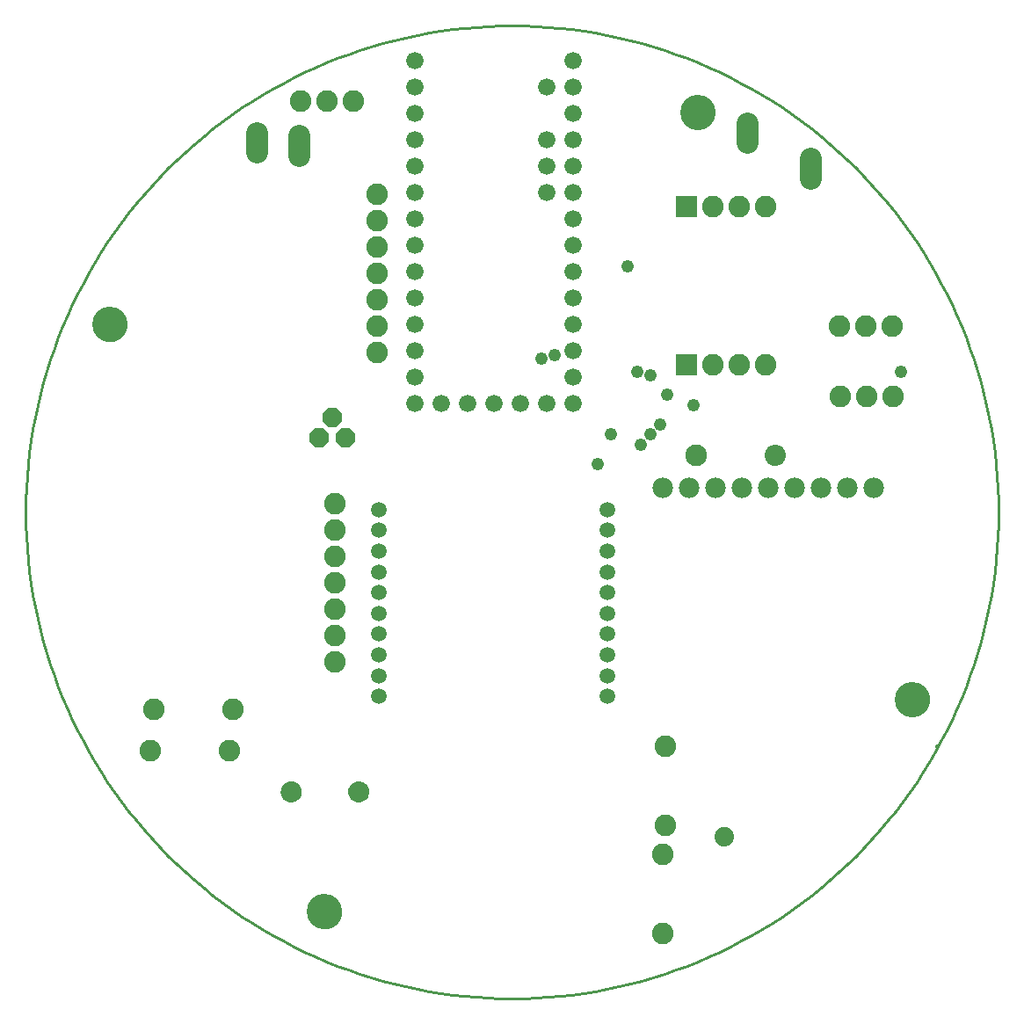
<source format=gbs>
G04 EAGLE Gerber X2 export*
%TF.Part,Single*%
%TF.FileFunction,Other,Solder Mask bottom*%
%TF.FilePolarity,Positive*%
%TF.GenerationSoftware,Autodesk,EAGLE,9.0.0*%
%TF.CreationDate,2018-04-20T04:20:38Z*%
G75*
%MOMM*%
%FSLAX34Y34*%
%LPD*%
%AMOC8*
5,1,8,0,0,1.08239X$1,22.5*%
G01*
%ADD10C,0.254000*%
%ADD11C,0.406400*%
%ADD12C,0.000000*%
%ADD13C,3.403200*%
%ADD14C,1.981200*%
%ADD15C,1.676400*%
%ADD16C,1.511200*%
%ADD17C,2.082800*%
%ADD18R,2.082800X2.082800*%
%ADD19C,1.879600*%
%ADD20C,2.082800*%
%ADD21P,2.034460X8X22.500000*%
%ADD22C,2.047813*%
%ADD23C,2.094537*%
%ADD24C,1.219200*%

G36*
X-145931Y-281257D02*
X-145931Y-281257D01*
X-145888Y-281245D01*
X-145822Y-281237D01*
X-144205Y-280783D01*
X-144164Y-280763D01*
X-144136Y-280755D01*
X-144126Y-280753D01*
X-144122Y-280750D01*
X-144101Y-280744D01*
X-142587Y-280015D01*
X-142551Y-279989D01*
X-142492Y-279959D01*
X-141127Y-278979D01*
X-141096Y-278947D01*
X-141043Y-278907D01*
X-139869Y-277705D01*
X-139844Y-277668D01*
X-139799Y-277619D01*
X-138852Y-276231D01*
X-138833Y-276190D01*
X-138798Y-276135D01*
X-138106Y-274603D01*
X-138095Y-274560D01*
X-138069Y-274499D01*
X-137654Y-272871D01*
X-137651Y-272826D01*
X-137636Y-272762D01*
X-137509Y-271086D01*
X-137514Y-271040D01*
X-137512Y-270968D01*
X-137717Y-269132D01*
X-137731Y-269086D01*
X-137743Y-269010D01*
X-138303Y-267250D01*
X-138326Y-267207D01*
X-138352Y-267136D01*
X-139245Y-265518D01*
X-139275Y-265481D01*
X-139315Y-265416D01*
X-140506Y-264003D01*
X-140543Y-263973D01*
X-140595Y-263917D01*
X-142039Y-262764D01*
X-142081Y-262741D01*
X-142143Y-262696D01*
X-143784Y-261847D01*
X-143830Y-261833D01*
X-143899Y-261801D01*
X-145674Y-261289D01*
X-145722Y-261284D01*
X-145796Y-261266D01*
X-147637Y-261109D01*
X-147681Y-261114D01*
X-147746Y-261110D01*
X-149577Y-261269D01*
X-149623Y-261282D01*
X-149699Y-261292D01*
X-151463Y-261806D01*
X-151506Y-261828D01*
X-151579Y-261853D01*
X-153209Y-262701D01*
X-153247Y-262731D01*
X-153313Y-262769D01*
X-154746Y-263919D01*
X-154778Y-263956D01*
X-154835Y-264006D01*
X-156016Y-265414D01*
X-156040Y-265456D01*
X-156086Y-265517D01*
X-156296Y-265898D01*
X-156296Y-265899D01*
X-156970Y-267128D01*
X-156985Y-267174D01*
X-157019Y-267242D01*
X-157571Y-268995D01*
X-157577Y-269043D01*
X-157597Y-269117D01*
X-157796Y-270944D01*
X-157793Y-270989D01*
X-157799Y-271059D01*
X-157676Y-272735D01*
X-157665Y-272778D01*
X-157659Y-272844D01*
X-157247Y-274473D01*
X-157229Y-274514D01*
X-157211Y-274578D01*
X-156523Y-276111D01*
X-156498Y-276148D01*
X-156469Y-276207D01*
X-155525Y-277598D01*
X-155494Y-277630D01*
X-155456Y-277684D01*
X-154285Y-278889D01*
X-154248Y-278915D01*
X-154201Y-278961D01*
X-152839Y-279945D01*
X-152798Y-279965D01*
X-152744Y-280002D01*
X-151231Y-280734D01*
X-151188Y-280746D01*
X-151177Y-280751D01*
X-151150Y-280765D01*
X-151145Y-280766D01*
X-151128Y-280773D01*
X-149511Y-281232D01*
X-149466Y-281236D01*
X-149402Y-281253D01*
X-147730Y-281423D01*
X-147682Y-281420D01*
X-147603Y-281424D01*
X-145931Y-281257D01*
G37*
G36*
X-210955Y-281257D02*
X-210955Y-281257D01*
X-210912Y-281245D01*
X-210846Y-281237D01*
X-209229Y-280783D01*
X-209188Y-280763D01*
X-209160Y-280755D01*
X-209150Y-280753D01*
X-209146Y-280750D01*
X-209125Y-280744D01*
X-207611Y-280015D01*
X-207575Y-279989D01*
X-207516Y-279959D01*
X-206151Y-278979D01*
X-206120Y-278947D01*
X-206067Y-278907D01*
X-204893Y-277705D01*
X-204868Y-277668D01*
X-204823Y-277619D01*
X-203876Y-276231D01*
X-203857Y-276190D01*
X-203822Y-276135D01*
X-203130Y-274603D01*
X-203119Y-274560D01*
X-203093Y-274499D01*
X-202678Y-272871D01*
X-202675Y-272826D01*
X-202660Y-272762D01*
X-202533Y-271086D01*
X-202538Y-271040D01*
X-202536Y-270968D01*
X-202741Y-269132D01*
X-202755Y-269086D01*
X-202767Y-269010D01*
X-203327Y-267250D01*
X-203350Y-267207D01*
X-203376Y-267136D01*
X-204269Y-265518D01*
X-204299Y-265481D01*
X-204339Y-265416D01*
X-205530Y-264003D01*
X-205567Y-263973D01*
X-205619Y-263917D01*
X-207063Y-262764D01*
X-207105Y-262741D01*
X-207167Y-262696D01*
X-208808Y-261847D01*
X-208854Y-261833D01*
X-208923Y-261801D01*
X-210698Y-261289D01*
X-210746Y-261284D01*
X-210820Y-261266D01*
X-212661Y-261109D01*
X-212705Y-261114D01*
X-212770Y-261110D01*
X-214601Y-261269D01*
X-214647Y-261282D01*
X-214723Y-261292D01*
X-216487Y-261806D01*
X-216530Y-261828D01*
X-216603Y-261853D01*
X-218233Y-262701D01*
X-218271Y-262731D01*
X-218337Y-262769D01*
X-219770Y-263919D01*
X-219802Y-263956D01*
X-219859Y-264006D01*
X-221040Y-265414D01*
X-221064Y-265456D01*
X-221110Y-265517D01*
X-221320Y-265898D01*
X-221320Y-265899D01*
X-221994Y-267128D01*
X-222009Y-267174D01*
X-222043Y-267242D01*
X-222595Y-268995D01*
X-222601Y-269043D01*
X-222621Y-269117D01*
X-222820Y-270944D01*
X-222817Y-270989D01*
X-222823Y-271059D01*
X-222700Y-272735D01*
X-222689Y-272778D01*
X-222683Y-272844D01*
X-222271Y-274473D01*
X-222253Y-274514D01*
X-222235Y-274578D01*
X-221547Y-276111D01*
X-221522Y-276148D01*
X-221493Y-276207D01*
X-220549Y-277598D01*
X-220518Y-277630D01*
X-220480Y-277684D01*
X-219309Y-278889D01*
X-219272Y-278915D01*
X-219225Y-278961D01*
X-217863Y-279945D01*
X-217822Y-279965D01*
X-217768Y-280002D01*
X-216255Y-280734D01*
X-216212Y-280746D01*
X-216201Y-280751D01*
X-216174Y-280765D01*
X-216169Y-280766D01*
X-216152Y-280773D01*
X-214535Y-281232D01*
X-214490Y-281236D01*
X-214426Y-281253D01*
X-212754Y-281423D01*
X-212706Y-281420D01*
X-212627Y-281424D01*
X-210955Y-281257D01*
G37*
D10*
X-468441Y-1524D02*
X-468300Y9972D01*
X-467877Y21461D01*
X-467172Y32937D01*
X-466185Y44391D01*
X-464918Y55818D01*
X-463371Y67211D01*
X-461544Y78562D01*
X-459440Y89864D01*
X-457059Y101112D01*
X-454402Y112298D01*
X-451472Y123415D01*
X-448270Y134457D01*
X-444798Y145417D01*
X-441058Y156289D01*
X-437052Y167066D01*
X-432783Y177741D01*
X-428253Y188308D01*
X-423466Y198760D01*
X-418423Y209092D01*
X-413128Y219298D01*
X-407584Y229370D01*
X-401795Y239303D01*
X-395764Y249091D01*
X-389494Y258728D01*
X-382990Y268208D01*
X-376255Y277526D01*
X-369294Y286676D01*
X-362110Y295652D01*
X-354708Y304449D01*
X-347092Y313062D01*
X-339267Y321485D01*
X-331238Y329714D01*
X-323009Y337743D01*
X-314586Y345568D01*
X-305973Y353184D01*
X-297176Y360586D01*
X-288200Y367770D01*
X-279050Y374731D01*
X-269732Y381466D01*
X-260252Y387970D01*
X-250615Y394240D01*
X-240827Y400271D01*
X-230894Y406060D01*
X-220822Y411604D01*
X-210616Y416899D01*
X-200284Y421942D01*
X-189832Y426729D01*
X-179265Y431259D01*
X-168590Y435528D01*
X-157813Y439534D01*
X-146941Y443274D01*
X-135981Y446746D01*
X-124939Y449948D01*
X-113822Y452878D01*
X-102636Y455535D01*
X-91388Y457916D01*
X-80086Y460020D01*
X-68735Y461847D01*
X-57342Y463394D01*
X-45915Y464661D01*
X-34461Y465648D01*
X-22985Y466353D01*
X-11496Y466776D01*
X0Y466917D01*
X11496Y466776D01*
X22985Y466353D01*
X34461Y465648D01*
X45915Y464661D01*
X57342Y463394D01*
X68735Y461847D01*
X80086Y460020D01*
X91388Y457916D01*
X102636Y455535D01*
X113822Y452878D01*
X124939Y449948D01*
X135981Y446746D01*
X146941Y443274D01*
X157813Y439534D01*
X168590Y435528D01*
X179265Y431259D01*
X189832Y426729D01*
X200284Y421942D01*
X210616Y416899D01*
X220822Y411604D01*
X230894Y406060D01*
X240827Y400271D01*
X250615Y394240D01*
X260252Y387970D01*
X269732Y381466D01*
X279050Y374731D01*
X288200Y367770D01*
X297176Y360586D01*
X305973Y353184D01*
X314586Y345568D01*
X323009Y337743D01*
X331238Y329714D01*
X339267Y321485D01*
X347092Y313062D01*
X354708Y304449D01*
X362110Y295652D01*
X369294Y286676D01*
X376255Y277526D01*
X382990Y268208D01*
X389494Y258728D01*
X395764Y249091D01*
X401795Y239303D01*
X407584Y229370D01*
X413128Y219298D01*
X418423Y209092D01*
X423466Y198760D01*
X428253Y188308D01*
X432783Y177741D01*
X437052Y167066D01*
X441058Y156289D01*
X444798Y145417D01*
X448270Y134457D01*
X451472Y123415D01*
X454402Y112298D01*
X457059Y101112D01*
X459440Y89864D01*
X461544Y78562D01*
X463371Y67211D01*
X464918Y55818D01*
X466185Y44391D01*
X467172Y32937D01*
X467877Y21461D01*
X468300Y9972D01*
X468441Y-1524D01*
X468300Y-13020D01*
X467877Y-24509D01*
X467172Y-35985D01*
X466185Y-47439D01*
X464918Y-58866D01*
X463371Y-70259D01*
X461544Y-81610D01*
X459440Y-92912D01*
X457059Y-104160D01*
X454402Y-115346D01*
X451472Y-126463D01*
X448270Y-137505D01*
X444798Y-148465D01*
X441058Y-159337D01*
X437052Y-170114D01*
X432783Y-180789D01*
X428253Y-191356D01*
X423466Y-201808D01*
X418423Y-212140D01*
X413128Y-222346D01*
X407584Y-232418D01*
X401795Y-242351D01*
X395764Y-252139D01*
X389494Y-261776D01*
X382990Y-271256D01*
X376255Y-280574D01*
X369294Y-289724D01*
X362110Y-298700D01*
X354708Y-307497D01*
X347092Y-316110D01*
X339267Y-324533D01*
X331238Y-332762D01*
X323009Y-340791D01*
X314586Y-348616D01*
X305973Y-356232D01*
X297176Y-363634D01*
X288200Y-370818D01*
X279050Y-377779D01*
X269732Y-384514D01*
X260252Y-391018D01*
X250615Y-397288D01*
X240827Y-403319D01*
X230894Y-409108D01*
X220822Y-414652D01*
X210616Y-419947D01*
X200284Y-424990D01*
X189832Y-429777D01*
X179265Y-434307D01*
X168590Y-438576D01*
X157813Y-442582D01*
X146941Y-446322D01*
X135981Y-449794D01*
X124939Y-452996D01*
X113822Y-455926D01*
X102636Y-458583D01*
X91388Y-460964D01*
X80086Y-463068D01*
X68735Y-464895D01*
X57342Y-466442D01*
X45915Y-467709D01*
X34461Y-468696D01*
X22985Y-469401D01*
X11496Y-469824D01*
X0Y-469965D01*
X-11496Y-469824D01*
X-22985Y-469401D01*
X-34461Y-468696D01*
X-45915Y-467709D01*
X-57342Y-466442D01*
X-68735Y-464895D01*
X-80086Y-463068D01*
X-91388Y-460964D01*
X-102636Y-458583D01*
X-113822Y-455926D01*
X-124939Y-452996D01*
X-135981Y-449794D01*
X-146941Y-446322D01*
X-157813Y-442582D01*
X-168590Y-438576D01*
X-179265Y-434307D01*
X-189832Y-429777D01*
X-200284Y-424990D01*
X-210616Y-419947D01*
X-220822Y-414652D01*
X-230894Y-409108D01*
X-240827Y-403319D01*
X-250615Y-397288D01*
X-260252Y-391018D01*
X-269732Y-384514D01*
X-279050Y-377779D01*
X-288200Y-370818D01*
X-297176Y-363634D01*
X-305973Y-356232D01*
X-314586Y-348616D01*
X-323009Y-340791D01*
X-331238Y-332762D01*
X-339267Y-324533D01*
X-347092Y-316110D01*
X-354708Y-307497D01*
X-362110Y-298700D01*
X-369294Y-289724D01*
X-376255Y-280574D01*
X-382990Y-271256D01*
X-389494Y-261776D01*
X-395764Y-252139D01*
X-401795Y-242351D01*
X-407584Y-232418D01*
X-413128Y-222346D01*
X-418423Y-212140D01*
X-423466Y-201808D01*
X-428253Y-191356D01*
X-432783Y-180789D01*
X-437052Y-170114D01*
X-441058Y-159337D01*
X-444798Y-148465D01*
X-448270Y-137505D01*
X-451472Y-126463D01*
X-454402Y-115346D01*
X-457059Y-104160D01*
X-459440Y-92912D01*
X-461544Y-81610D01*
X-463371Y-70259D01*
X-464918Y-58866D01*
X-466185Y-47439D01*
X-467172Y-35985D01*
X-467877Y-24509D01*
X-468300Y-13020D01*
X-468441Y-1524D01*
D11*
X409634Y-227580D02*
X409742Y-227350D01*
D12*
X163070Y383540D02*
X163075Y383933D01*
X163089Y384325D01*
X163113Y384717D01*
X163147Y385108D01*
X163190Y385499D01*
X163243Y385888D01*
X163306Y386275D01*
X163377Y386661D01*
X163459Y387046D01*
X163549Y387428D01*
X163650Y387807D01*
X163759Y388185D01*
X163878Y388559D01*
X164005Y388930D01*
X164142Y389298D01*
X164288Y389663D01*
X164443Y390024D01*
X164606Y390381D01*
X164778Y390734D01*
X164959Y391082D01*
X165149Y391426D01*
X165346Y391766D01*
X165552Y392100D01*
X165766Y392429D01*
X165989Y392753D01*
X166219Y393071D01*
X166456Y393384D01*
X166702Y393690D01*
X166955Y393991D01*
X167215Y394285D01*
X167482Y394573D01*
X167756Y394854D01*
X168037Y395128D01*
X168325Y395395D01*
X168619Y395655D01*
X168920Y395908D01*
X169226Y396154D01*
X169539Y396391D01*
X169857Y396621D01*
X170181Y396844D01*
X170510Y397058D01*
X170844Y397264D01*
X171184Y397461D01*
X171528Y397651D01*
X171876Y397832D01*
X172229Y398004D01*
X172586Y398167D01*
X172947Y398322D01*
X173312Y398468D01*
X173680Y398605D01*
X174051Y398732D01*
X174425Y398851D01*
X174803Y398960D01*
X175182Y399061D01*
X175564Y399151D01*
X175949Y399233D01*
X176335Y399304D01*
X176722Y399367D01*
X177111Y399420D01*
X177502Y399463D01*
X177893Y399497D01*
X178285Y399521D01*
X178677Y399535D01*
X179070Y399540D01*
X179463Y399535D01*
X179855Y399521D01*
X180247Y399497D01*
X180638Y399463D01*
X181029Y399420D01*
X181418Y399367D01*
X181805Y399304D01*
X182191Y399233D01*
X182576Y399151D01*
X182958Y399061D01*
X183337Y398960D01*
X183715Y398851D01*
X184089Y398732D01*
X184460Y398605D01*
X184828Y398468D01*
X185193Y398322D01*
X185554Y398167D01*
X185911Y398004D01*
X186264Y397832D01*
X186612Y397651D01*
X186956Y397461D01*
X187296Y397264D01*
X187630Y397058D01*
X187959Y396844D01*
X188283Y396621D01*
X188601Y396391D01*
X188914Y396154D01*
X189220Y395908D01*
X189521Y395655D01*
X189815Y395395D01*
X190103Y395128D01*
X190384Y394854D01*
X190658Y394573D01*
X190925Y394285D01*
X191185Y393991D01*
X191438Y393690D01*
X191684Y393384D01*
X191921Y393071D01*
X192151Y392753D01*
X192374Y392429D01*
X192588Y392100D01*
X192794Y391766D01*
X192991Y391426D01*
X193181Y391082D01*
X193362Y390734D01*
X193534Y390381D01*
X193697Y390024D01*
X193852Y389663D01*
X193998Y389298D01*
X194135Y388930D01*
X194262Y388559D01*
X194381Y388185D01*
X194490Y387807D01*
X194591Y387428D01*
X194681Y387046D01*
X194763Y386661D01*
X194834Y386275D01*
X194897Y385888D01*
X194950Y385499D01*
X194993Y385108D01*
X195027Y384717D01*
X195051Y384325D01*
X195065Y383933D01*
X195070Y383540D01*
X195065Y383147D01*
X195051Y382755D01*
X195027Y382363D01*
X194993Y381972D01*
X194950Y381581D01*
X194897Y381192D01*
X194834Y380805D01*
X194763Y380419D01*
X194681Y380034D01*
X194591Y379652D01*
X194490Y379273D01*
X194381Y378895D01*
X194262Y378521D01*
X194135Y378150D01*
X193998Y377782D01*
X193852Y377417D01*
X193697Y377056D01*
X193534Y376699D01*
X193362Y376346D01*
X193181Y375998D01*
X192991Y375654D01*
X192794Y375314D01*
X192588Y374980D01*
X192374Y374651D01*
X192151Y374327D01*
X191921Y374009D01*
X191684Y373696D01*
X191438Y373390D01*
X191185Y373089D01*
X190925Y372795D01*
X190658Y372507D01*
X190384Y372226D01*
X190103Y371952D01*
X189815Y371685D01*
X189521Y371425D01*
X189220Y371172D01*
X188914Y370926D01*
X188601Y370689D01*
X188283Y370459D01*
X187959Y370236D01*
X187630Y370022D01*
X187296Y369816D01*
X186956Y369619D01*
X186612Y369429D01*
X186264Y369248D01*
X185911Y369076D01*
X185554Y368913D01*
X185193Y368758D01*
X184828Y368612D01*
X184460Y368475D01*
X184089Y368348D01*
X183715Y368229D01*
X183337Y368120D01*
X182958Y368019D01*
X182576Y367929D01*
X182191Y367847D01*
X181805Y367776D01*
X181418Y367713D01*
X181029Y367660D01*
X180638Y367617D01*
X180247Y367583D01*
X179855Y367559D01*
X179463Y367545D01*
X179070Y367540D01*
X178677Y367545D01*
X178285Y367559D01*
X177893Y367583D01*
X177502Y367617D01*
X177111Y367660D01*
X176722Y367713D01*
X176335Y367776D01*
X175949Y367847D01*
X175564Y367929D01*
X175182Y368019D01*
X174803Y368120D01*
X174425Y368229D01*
X174051Y368348D01*
X173680Y368475D01*
X173312Y368612D01*
X172947Y368758D01*
X172586Y368913D01*
X172229Y369076D01*
X171876Y369248D01*
X171528Y369429D01*
X171184Y369619D01*
X170844Y369816D01*
X170510Y370022D01*
X170181Y370236D01*
X169857Y370459D01*
X169539Y370689D01*
X169226Y370926D01*
X168920Y371172D01*
X168619Y371425D01*
X168325Y371685D01*
X168037Y371952D01*
X167756Y372226D01*
X167482Y372507D01*
X167215Y372795D01*
X166955Y373089D01*
X166702Y373390D01*
X166456Y373696D01*
X166219Y374009D01*
X165989Y374327D01*
X165766Y374651D01*
X165552Y374980D01*
X165346Y375314D01*
X165149Y375654D01*
X164959Y375998D01*
X164778Y376346D01*
X164606Y376699D01*
X164443Y377056D01*
X164288Y377417D01*
X164142Y377782D01*
X164005Y378150D01*
X163878Y378521D01*
X163759Y378895D01*
X163650Y379273D01*
X163549Y379652D01*
X163459Y380034D01*
X163377Y380419D01*
X163306Y380805D01*
X163243Y381192D01*
X163190Y381581D01*
X163147Y381972D01*
X163113Y382363D01*
X163089Y382755D01*
X163075Y383147D01*
X163070Y383540D01*
D13*
X179070Y383540D03*
D12*
X369826Y-182118D02*
X369831Y-181725D01*
X369845Y-181333D01*
X369869Y-180941D01*
X369903Y-180550D01*
X369946Y-180159D01*
X369999Y-179770D01*
X370062Y-179383D01*
X370133Y-178997D01*
X370215Y-178612D01*
X370305Y-178230D01*
X370406Y-177851D01*
X370515Y-177473D01*
X370634Y-177099D01*
X370761Y-176728D01*
X370898Y-176360D01*
X371044Y-175995D01*
X371199Y-175634D01*
X371362Y-175277D01*
X371534Y-174924D01*
X371715Y-174576D01*
X371905Y-174232D01*
X372102Y-173892D01*
X372308Y-173558D01*
X372522Y-173229D01*
X372745Y-172905D01*
X372975Y-172587D01*
X373212Y-172274D01*
X373458Y-171968D01*
X373711Y-171667D01*
X373971Y-171373D01*
X374238Y-171085D01*
X374512Y-170804D01*
X374793Y-170530D01*
X375081Y-170263D01*
X375375Y-170003D01*
X375676Y-169750D01*
X375982Y-169504D01*
X376295Y-169267D01*
X376613Y-169037D01*
X376937Y-168814D01*
X377266Y-168600D01*
X377600Y-168394D01*
X377940Y-168197D01*
X378284Y-168007D01*
X378632Y-167826D01*
X378985Y-167654D01*
X379342Y-167491D01*
X379703Y-167336D01*
X380068Y-167190D01*
X380436Y-167053D01*
X380807Y-166926D01*
X381181Y-166807D01*
X381559Y-166698D01*
X381938Y-166597D01*
X382320Y-166507D01*
X382705Y-166425D01*
X383091Y-166354D01*
X383478Y-166291D01*
X383867Y-166238D01*
X384258Y-166195D01*
X384649Y-166161D01*
X385041Y-166137D01*
X385433Y-166123D01*
X385826Y-166118D01*
X386219Y-166123D01*
X386611Y-166137D01*
X387003Y-166161D01*
X387394Y-166195D01*
X387785Y-166238D01*
X388174Y-166291D01*
X388561Y-166354D01*
X388947Y-166425D01*
X389332Y-166507D01*
X389714Y-166597D01*
X390093Y-166698D01*
X390471Y-166807D01*
X390845Y-166926D01*
X391216Y-167053D01*
X391584Y-167190D01*
X391949Y-167336D01*
X392310Y-167491D01*
X392667Y-167654D01*
X393020Y-167826D01*
X393368Y-168007D01*
X393712Y-168197D01*
X394052Y-168394D01*
X394386Y-168600D01*
X394715Y-168814D01*
X395039Y-169037D01*
X395357Y-169267D01*
X395670Y-169504D01*
X395976Y-169750D01*
X396277Y-170003D01*
X396571Y-170263D01*
X396859Y-170530D01*
X397140Y-170804D01*
X397414Y-171085D01*
X397681Y-171373D01*
X397941Y-171667D01*
X398194Y-171968D01*
X398440Y-172274D01*
X398677Y-172587D01*
X398907Y-172905D01*
X399130Y-173229D01*
X399344Y-173558D01*
X399550Y-173892D01*
X399747Y-174232D01*
X399937Y-174576D01*
X400118Y-174924D01*
X400290Y-175277D01*
X400453Y-175634D01*
X400608Y-175995D01*
X400754Y-176360D01*
X400891Y-176728D01*
X401018Y-177099D01*
X401137Y-177473D01*
X401246Y-177851D01*
X401347Y-178230D01*
X401437Y-178612D01*
X401519Y-178997D01*
X401590Y-179383D01*
X401653Y-179770D01*
X401706Y-180159D01*
X401749Y-180550D01*
X401783Y-180941D01*
X401807Y-181333D01*
X401821Y-181725D01*
X401826Y-182118D01*
X401821Y-182511D01*
X401807Y-182903D01*
X401783Y-183295D01*
X401749Y-183686D01*
X401706Y-184077D01*
X401653Y-184466D01*
X401590Y-184853D01*
X401519Y-185239D01*
X401437Y-185624D01*
X401347Y-186006D01*
X401246Y-186385D01*
X401137Y-186763D01*
X401018Y-187137D01*
X400891Y-187508D01*
X400754Y-187876D01*
X400608Y-188241D01*
X400453Y-188602D01*
X400290Y-188959D01*
X400118Y-189312D01*
X399937Y-189660D01*
X399747Y-190004D01*
X399550Y-190344D01*
X399344Y-190678D01*
X399130Y-191007D01*
X398907Y-191331D01*
X398677Y-191649D01*
X398440Y-191962D01*
X398194Y-192268D01*
X397941Y-192569D01*
X397681Y-192863D01*
X397414Y-193151D01*
X397140Y-193432D01*
X396859Y-193706D01*
X396571Y-193973D01*
X396277Y-194233D01*
X395976Y-194486D01*
X395670Y-194732D01*
X395357Y-194969D01*
X395039Y-195199D01*
X394715Y-195422D01*
X394386Y-195636D01*
X394052Y-195842D01*
X393712Y-196039D01*
X393368Y-196229D01*
X393020Y-196410D01*
X392667Y-196582D01*
X392310Y-196745D01*
X391949Y-196900D01*
X391584Y-197046D01*
X391216Y-197183D01*
X390845Y-197310D01*
X390471Y-197429D01*
X390093Y-197538D01*
X389714Y-197639D01*
X389332Y-197729D01*
X388947Y-197811D01*
X388561Y-197882D01*
X388174Y-197945D01*
X387785Y-197998D01*
X387394Y-198041D01*
X387003Y-198075D01*
X386611Y-198099D01*
X386219Y-198113D01*
X385826Y-198118D01*
X385433Y-198113D01*
X385041Y-198099D01*
X384649Y-198075D01*
X384258Y-198041D01*
X383867Y-197998D01*
X383478Y-197945D01*
X383091Y-197882D01*
X382705Y-197811D01*
X382320Y-197729D01*
X381938Y-197639D01*
X381559Y-197538D01*
X381181Y-197429D01*
X380807Y-197310D01*
X380436Y-197183D01*
X380068Y-197046D01*
X379703Y-196900D01*
X379342Y-196745D01*
X378985Y-196582D01*
X378632Y-196410D01*
X378284Y-196229D01*
X377940Y-196039D01*
X377600Y-195842D01*
X377266Y-195636D01*
X376937Y-195422D01*
X376613Y-195199D01*
X376295Y-194969D01*
X375982Y-194732D01*
X375676Y-194486D01*
X375375Y-194233D01*
X375081Y-193973D01*
X374793Y-193706D01*
X374512Y-193432D01*
X374238Y-193151D01*
X373971Y-192863D01*
X373711Y-192569D01*
X373458Y-192268D01*
X373212Y-191962D01*
X372975Y-191649D01*
X372745Y-191331D01*
X372522Y-191007D01*
X372308Y-190678D01*
X372102Y-190344D01*
X371905Y-190004D01*
X371715Y-189660D01*
X371534Y-189312D01*
X371362Y-188959D01*
X371199Y-188602D01*
X371044Y-188241D01*
X370898Y-187876D01*
X370761Y-187508D01*
X370634Y-187137D01*
X370515Y-186763D01*
X370406Y-186385D01*
X370305Y-186006D01*
X370215Y-185624D01*
X370133Y-185239D01*
X370062Y-184853D01*
X369999Y-184466D01*
X369946Y-184077D01*
X369903Y-183686D01*
X369869Y-183295D01*
X369845Y-182903D01*
X369831Y-182511D01*
X369826Y-182118D01*
D13*
X385826Y-182118D03*
D12*
X-403350Y179070D02*
X-403345Y179463D01*
X-403331Y179855D01*
X-403307Y180247D01*
X-403273Y180638D01*
X-403230Y181029D01*
X-403177Y181418D01*
X-403114Y181805D01*
X-403043Y182191D01*
X-402961Y182576D01*
X-402871Y182958D01*
X-402770Y183337D01*
X-402661Y183715D01*
X-402542Y184089D01*
X-402415Y184460D01*
X-402278Y184828D01*
X-402132Y185193D01*
X-401977Y185554D01*
X-401814Y185911D01*
X-401642Y186264D01*
X-401461Y186612D01*
X-401271Y186956D01*
X-401074Y187296D01*
X-400868Y187630D01*
X-400654Y187959D01*
X-400431Y188283D01*
X-400201Y188601D01*
X-399964Y188914D01*
X-399718Y189220D01*
X-399465Y189521D01*
X-399205Y189815D01*
X-398938Y190103D01*
X-398664Y190384D01*
X-398383Y190658D01*
X-398095Y190925D01*
X-397801Y191185D01*
X-397500Y191438D01*
X-397194Y191684D01*
X-396881Y191921D01*
X-396563Y192151D01*
X-396239Y192374D01*
X-395910Y192588D01*
X-395576Y192794D01*
X-395236Y192991D01*
X-394892Y193181D01*
X-394544Y193362D01*
X-394191Y193534D01*
X-393834Y193697D01*
X-393473Y193852D01*
X-393108Y193998D01*
X-392740Y194135D01*
X-392369Y194262D01*
X-391995Y194381D01*
X-391617Y194490D01*
X-391238Y194591D01*
X-390856Y194681D01*
X-390471Y194763D01*
X-390085Y194834D01*
X-389698Y194897D01*
X-389309Y194950D01*
X-388918Y194993D01*
X-388527Y195027D01*
X-388135Y195051D01*
X-387743Y195065D01*
X-387350Y195070D01*
X-386957Y195065D01*
X-386565Y195051D01*
X-386173Y195027D01*
X-385782Y194993D01*
X-385391Y194950D01*
X-385002Y194897D01*
X-384615Y194834D01*
X-384229Y194763D01*
X-383844Y194681D01*
X-383462Y194591D01*
X-383083Y194490D01*
X-382705Y194381D01*
X-382331Y194262D01*
X-381960Y194135D01*
X-381592Y193998D01*
X-381227Y193852D01*
X-380866Y193697D01*
X-380509Y193534D01*
X-380156Y193362D01*
X-379808Y193181D01*
X-379464Y192991D01*
X-379124Y192794D01*
X-378790Y192588D01*
X-378461Y192374D01*
X-378137Y192151D01*
X-377819Y191921D01*
X-377506Y191684D01*
X-377200Y191438D01*
X-376899Y191185D01*
X-376605Y190925D01*
X-376317Y190658D01*
X-376036Y190384D01*
X-375762Y190103D01*
X-375495Y189815D01*
X-375235Y189521D01*
X-374982Y189220D01*
X-374736Y188914D01*
X-374499Y188601D01*
X-374269Y188283D01*
X-374046Y187959D01*
X-373832Y187630D01*
X-373626Y187296D01*
X-373429Y186956D01*
X-373239Y186612D01*
X-373058Y186264D01*
X-372886Y185911D01*
X-372723Y185554D01*
X-372568Y185193D01*
X-372422Y184828D01*
X-372285Y184460D01*
X-372158Y184089D01*
X-372039Y183715D01*
X-371930Y183337D01*
X-371829Y182958D01*
X-371739Y182576D01*
X-371657Y182191D01*
X-371586Y181805D01*
X-371523Y181418D01*
X-371470Y181029D01*
X-371427Y180638D01*
X-371393Y180247D01*
X-371369Y179855D01*
X-371355Y179463D01*
X-371350Y179070D01*
X-371355Y178677D01*
X-371369Y178285D01*
X-371393Y177893D01*
X-371427Y177502D01*
X-371470Y177111D01*
X-371523Y176722D01*
X-371586Y176335D01*
X-371657Y175949D01*
X-371739Y175564D01*
X-371829Y175182D01*
X-371930Y174803D01*
X-372039Y174425D01*
X-372158Y174051D01*
X-372285Y173680D01*
X-372422Y173312D01*
X-372568Y172947D01*
X-372723Y172586D01*
X-372886Y172229D01*
X-373058Y171876D01*
X-373239Y171528D01*
X-373429Y171184D01*
X-373626Y170844D01*
X-373832Y170510D01*
X-374046Y170181D01*
X-374269Y169857D01*
X-374499Y169539D01*
X-374736Y169226D01*
X-374982Y168920D01*
X-375235Y168619D01*
X-375495Y168325D01*
X-375762Y168037D01*
X-376036Y167756D01*
X-376317Y167482D01*
X-376605Y167215D01*
X-376899Y166955D01*
X-377200Y166702D01*
X-377506Y166456D01*
X-377819Y166219D01*
X-378137Y165989D01*
X-378461Y165766D01*
X-378790Y165552D01*
X-379124Y165346D01*
X-379464Y165149D01*
X-379808Y164959D01*
X-380156Y164778D01*
X-380509Y164606D01*
X-380866Y164443D01*
X-381227Y164288D01*
X-381592Y164142D01*
X-381960Y164005D01*
X-382331Y163878D01*
X-382705Y163759D01*
X-383083Y163650D01*
X-383462Y163549D01*
X-383844Y163459D01*
X-384229Y163377D01*
X-384615Y163306D01*
X-385002Y163243D01*
X-385391Y163190D01*
X-385782Y163147D01*
X-386173Y163113D01*
X-386565Y163089D01*
X-386957Y163075D01*
X-387350Y163070D01*
X-387743Y163075D01*
X-388135Y163089D01*
X-388527Y163113D01*
X-388918Y163147D01*
X-389309Y163190D01*
X-389698Y163243D01*
X-390085Y163306D01*
X-390471Y163377D01*
X-390856Y163459D01*
X-391238Y163549D01*
X-391617Y163650D01*
X-391995Y163759D01*
X-392369Y163878D01*
X-392740Y164005D01*
X-393108Y164142D01*
X-393473Y164288D01*
X-393834Y164443D01*
X-394191Y164606D01*
X-394544Y164778D01*
X-394892Y164959D01*
X-395236Y165149D01*
X-395576Y165346D01*
X-395910Y165552D01*
X-396239Y165766D01*
X-396563Y165989D01*
X-396881Y166219D01*
X-397194Y166456D01*
X-397500Y166702D01*
X-397801Y166955D01*
X-398095Y167215D01*
X-398383Y167482D01*
X-398664Y167756D01*
X-398938Y168037D01*
X-399205Y168325D01*
X-399465Y168619D01*
X-399718Y168920D01*
X-399964Y169226D01*
X-400201Y169539D01*
X-400431Y169857D01*
X-400654Y170181D01*
X-400868Y170510D01*
X-401074Y170844D01*
X-401271Y171184D01*
X-401461Y171528D01*
X-401642Y171876D01*
X-401814Y172229D01*
X-401977Y172586D01*
X-402132Y172947D01*
X-402278Y173312D01*
X-402415Y173680D01*
X-402542Y174051D01*
X-402661Y174425D01*
X-402770Y174803D01*
X-402871Y175182D01*
X-402961Y175564D01*
X-403043Y175949D01*
X-403114Y176335D01*
X-403177Y176722D01*
X-403230Y177111D01*
X-403273Y177502D01*
X-403307Y177893D01*
X-403331Y178285D01*
X-403345Y178677D01*
X-403350Y179070D01*
D13*
X-387350Y179070D03*
D12*
X-196594Y-386588D02*
X-196589Y-386195D01*
X-196575Y-385803D01*
X-196551Y-385411D01*
X-196517Y-385020D01*
X-196474Y-384629D01*
X-196421Y-384240D01*
X-196358Y-383853D01*
X-196287Y-383467D01*
X-196205Y-383082D01*
X-196115Y-382700D01*
X-196014Y-382321D01*
X-195905Y-381943D01*
X-195786Y-381569D01*
X-195659Y-381198D01*
X-195522Y-380830D01*
X-195376Y-380465D01*
X-195221Y-380104D01*
X-195058Y-379747D01*
X-194886Y-379394D01*
X-194705Y-379046D01*
X-194515Y-378702D01*
X-194318Y-378362D01*
X-194112Y-378028D01*
X-193898Y-377699D01*
X-193675Y-377375D01*
X-193445Y-377057D01*
X-193208Y-376744D01*
X-192962Y-376438D01*
X-192709Y-376137D01*
X-192449Y-375843D01*
X-192182Y-375555D01*
X-191908Y-375274D01*
X-191627Y-375000D01*
X-191339Y-374733D01*
X-191045Y-374473D01*
X-190744Y-374220D01*
X-190438Y-373974D01*
X-190125Y-373737D01*
X-189807Y-373507D01*
X-189483Y-373284D01*
X-189154Y-373070D01*
X-188820Y-372864D01*
X-188480Y-372667D01*
X-188136Y-372477D01*
X-187788Y-372296D01*
X-187435Y-372124D01*
X-187078Y-371961D01*
X-186717Y-371806D01*
X-186352Y-371660D01*
X-185984Y-371523D01*
X-185613Y-371396D01*
X-185239Y-371277D01*
X-184861Y-371168D01*
X-184482Y-371067D01*
X-184100Y-370977D01*
X-183715Y-370895D01*
X-183329Y-370824D01*
X-182942Y-370761D01*
X-182553Y-370708D01*
X-182162Y-370665D01*
X-181771Y-370631D01*
X-181379Y-370607D01*
X-180987Y-370593D01*
X-180594Y-370588D01*
X-180201Y-370593D01*
X-179809Y-370607D01*
X-179417Y-370631D01*
X-179026Y-370665D01*
X-178635Y-370708D01*
X-178246Y-370761D01*
X-177859Y-370824D01*
X-177473Y-370895D01*
X-177088Y-370977D01*
X-176706Y-371067D01*
X-176327Y-371168D01*
X-175949Y-371277D01*
X-175575Y-371396D01*
X-175204Y-371523D01*
X-174836Y-371660D01*
X-174471Y-371806D01*
X-174110Y-371961D01*
X-173753Y-372124D01*
X-173400Y-372296D01*
X-173052Y-372477D01*
X-172708Y-372667D01*
X-172368Y-372864D01*
X-172034Y-373070D01*
X-171705Y-373284D01*
X-171381Y-373507D01*
X-171063Y-373737D01*
X-170750Y-373974D01*
X-170444Y-374220D01*
X-170143Y-374473D01*
X-169849Y-374733D01*
X-169561Y-375000D01*
X-169280Y-375274D01*
X-169006Y-375555D01*
X-168739Y-375843D01*
X-168479Y-376137D01*
X-168226Y-376438D01*
X-167980Y-376744D01*
X-167743Y-377057D01*
X-167513Y-377375D01*
X-167290Y-377699D01*
X-167076Y-378028D01*
X-166870Y-378362D01*
X-166673Y-378702D01*
X-166483Y-379046D01*
X-166302Y-379394D01*
X-166130Y-379747D01*
X-165967Y-380104D01*
X-165812Y-380465D01*
X-165666Y-380830D01*
X-165529Y-381198D01*
X-165402Y-381569D01*
X-165283Y-381943D01*
X-165174Y-382321D01*
X-165073Y-382700D01*
X-164983Y-383082D01*
X-164901Y-383467D01*
X-164830Y-383853D01*
X-164767Y-384240D01*
X-164714Y-384629D01*
X-164671Y-385020D01*
X-164637Y-385411D01*
X-164613Y-385803D01*
X-164599Y-386195D01*
X-164594Y-386588D01*
X-164599Y-386981D01*
X-164613Y-387373D01*
X-164637Y-387765D01*
X-164671Y-388156D01*
X-164714Y-388547D01*
X-164767Y-388936D01*
X-164830Y-389323D01*
X-164901Y-389709D01*
X-164983Y-390094D01*
X-165073Y-390476D01*
X-165174Y-390855D01*
X-165283Y-391233D01*
X-165402Y-391607D01*
X-165529Y-391978D01*
X-165666Y-392346D01*
X-165812Y-392711D01*
X-165967Y-393072D01*
X-166130Y-393429D01*
X-166302Y-393782D01*
X-166483Y-394130D01*
X-166673Y-394474D01*
X-166870Y-394814D01*
X-167076Y-395148D01*
X-167290Y-395477D01*
X-167513Y-395801D01*
X-167743Y-396119D01*
X-167980Y-396432D01*
X-168226Y-396738D01*
X-168479Y-397039D01*
X-168739Y-397333D01*
X-169006Y-397621D01*
X-169280Y-397902D01*
X-169561Y-398176D01*
X-169849Y-398443D01*
X-170143Y-398703D01*
X-170444Y-398956D01*
X-170750Y-399202D01*
X-171063Y-399439D01*
X-171381Y-399669D01*
X-171705Y-399892D01*
X-172034Y-400106D01*
X-172368Y-400312D01*
X-172708Y-400509D01*
X-173052Y-400699D01*
X-173400Y-400880D01*
X-173753Y-401052D01*
X-174110Y-401215D01*
X-174471Y-401370D01*
X-174836Y-401516D01*
X-175204Y-401653D01*
X-175575Y-401780D01*
X-175949Y-401899D01*
X-176327Y-402008D01*
X-176706Y-402109D01*
X-177088Y-402199D01*
X-177473Y-402281D01*
X-177859Y-402352D01*
X-178246Y-402415D01*
X-178635Y-402468D01*
X-179026Y-402511D01*
X-179417Y-402545D01*
X-179809Y-402569D01*
X-180201Y-402583D01*
X-180594Y-402588D01*
X-180987Y-402583D01*
X-181379Y-402569D01*
X-181771Y-402545D01*
X-182162Y-402511D01*
X-182553Y-402468D01*
X-182942Y-402415D01*
X-183329Y-402352D01*
X-183715Y-402281D01*
X-184100Y-402199D01*
X-184482Y-402109D01*
X-184861Y-402008D01*
X-185239Y-401899D01*
X-185613Y-401780D01*
X-185984Y-401653D01*
X-186352Y-401516D01*
X-186717Y-401370D01*
X-187078Y-401215D01*
X-187435Y-401052D01*
X-187788Y-400880D01*
X-188136Y-400699D01*
X-188480Y-400509D01*
X-188820Y-400312D01*
X-189154Y-400106D01*
X-189483Y-399892D01*
X-189807Y-399669D01*
X-190125Y-399439D01*
X-190438Y-399202D01*
X-190744Y-398956D01*
X-191045Y-398703D01*
X-191339Y-398443D01*
X-191627Y-398176D01*
X-191908Y-397902D01*
X-192182Y-397621D01*
X-192449Y-397333D01*
X-192709Y-397039D01*
X-192962Y-396738D01*
X-193208Y-396432D01*
X-193445Y-396119D01*
X-193675Y-395801D01*
X-193898Y-395477D01*
X-194112Y-395148D01*
X-194318Y-394814D01*
X-194515Y-394474D01*
X-194705Y-394130D01*
X-194886Y-393782D01*
X-195058Y-393429D01*
X-195221Y-393072D01*
X-195376Y-392711D01*
X-195522Y-392346D01*
X-195659Y-391978D01*
X-195786Y-391607D01*
X-195905Y-391233D01*
X-196014Y-390855D01*
X-196115Y-390476D01*
X-196205Y-390094D01*
X-196287Y-389709D01*
X-196358Y-389323D01*
X-196421Y-388936D01*
X-196474Y-388547D01*
X-196517Y-388156D01*
X-196551Y-387765D01*
X-196575Y-387373D01*
X-196589Y-386981D01*
X-196594Y-386588D01*
D13*
X-180594Y-386588D03*
D14*
X144781Y21335D03*
X170181Y21335D03*
X195581Y21335D03*
X220981Y21335D03*
X246381Y21335D03*
X271781Y21335D03*
X297181Y21335D03*
X322581Y21335D03*
X347981Y21335D03*
D15*
X-93472Y433578D03*
X-93472Y408178D03*
X-93472Y382778D03*
X-93472Y357378D03*
X-93472Y331978D03*
X-93472Y306578D03*
X-93472Y281178D03*
X-93472Y255778D03*
X-93472Y230378D03*
X-93472Y204978D03*
X-93472Y179578D03*
X-93472Y154178D03*
X-93472Y128778D03*
X-93472Y103378D03*
X-68072Y103378D03*
X-42672Y103378D03*
X-17272Y103378D03*
X8128Y103378D03*
X33528Y103378D03*
X58928Y103378D03*
X58928Y128778D03*
X58928Y154178D03*
X58928Y179578D03*
X58928Y204978D03*
X58928Y230378D03*
X58928Y255778D03*
X58928Y281178D03*
X58928Y306578D03*
X58928Y331978D03*
X58928Y357378D03*
X58928Y382778D03*
X58928Y408178D03*
X33528Y408178D03*
X33528Y357378D03*
X33528Y331978D03*
X33528Y306578D03*
X58928Y433578D03*
D16*
X91881Y-179164D03*
X91881Y-159164D03*
X91881Y-139164D03*
X91881Y-119164D03*
X91881Y-99164D03*
X91881Y-79164D03*
X91881Y-59164D03*
X91881Y-39164D03*
X91881Y-19164D03*
X91881Y836D03*
X-128119Y836D03*
X-128119Y-19164D03*
X-128119Y-39164D03*
X-128119Y-59164D03*
X-128119Y-79164D03*
X-128119Y-99164D03*
X-128119Y-119164D03*
X-128119Y-139164D03*
X-128119Y-159164D03*
X-128119Y-179164D03*
D17*
X-129794Y304379D03*
X-129794Y278979D03*
X-129794Y253579D03*
X-129794Y228179D03*
X-129794Y202779D03*
X-129794Y177379D03*
X-129794Y151979D03*
D18*
X167894Y292354D03*
D17*
X193294Y292354D03*
X218694Y292354D03*
X244094Y292354D03*
D18*
X167894Y139954D03*
D17*
X193294Y139954D03*
X218694Y139954D03*
X244094Y139954D03*
X-170774Y-146029D03*
X-170774Y-120629D03*
X-170774Y-95229D03*
X-170774Y-69829D03*
X-170774Y-44429D03*
X-170774Y-19029D03*
X-170774Y6371D03*
D19*
X204724Y-314706D03*
D17*
X316462Y109418D03*
X341862Y109418D03*
X367262Y109418D03*
X-203454Y394208D03*
X-178054Y394208D03*
X-152654Y394208D03*
X315638Y177552D03*
X341038Y177552D03*
X366438Y177552D03*
D20*
X-246042Y345018D02*
X-246042Y363814D01*
X-205232Y360934D02*
X-205232Y342138D01*
X287529Y338922D02*
X287529Y320126D01*
D21*
X-185591Y70108D03*
X-172891Y89158D03*
X-160191Y70108D03*
D22*
X253628Y53207D03*
D23*
X177428Y53207D03*
D17*
X-345278Y-191763D03*
X-269078Y-191763D03*
X-271944Y-231384D03*
X-348144Y-231384D03*
X147317Y-227252D03*
X147317Y-303452D03*
X145542Y-330964D03*
X145542Y-407164D03*
D20*
X226314Y354076D02*
X226314Y372872D01*
D24*
X174625Y101600D03*
X120650Y133350D03*
X123825Y63500D03*
X95250Y73025D03*
X111125Y234950D03*
X133350Y73025D03*
X133350Y130175D03*
X28575Y146050D03*
X142875Y82550D03*
X149225Y111125D03*
X41275Y149225D03*
X374650Y133350D03*
X82550Y44450D03*
M02*

</source>
